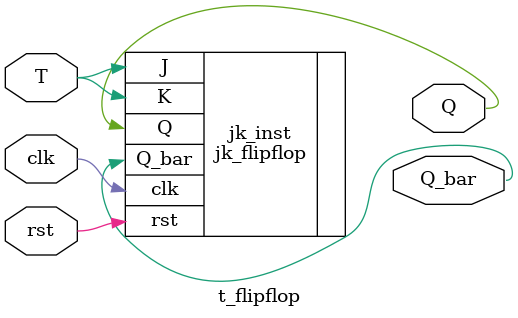
<source format=v>
module t_flipflop (
    input clk, 
    input rst,  
    input T,
    output Q,
    output Q_bar
  );

  jk_flipflop jk_inst(.clk(clk),.rst(rst),.J(T),.K(T),.Q(Q),.Q_bar(Q_bar));
  
endmodule

</source>
